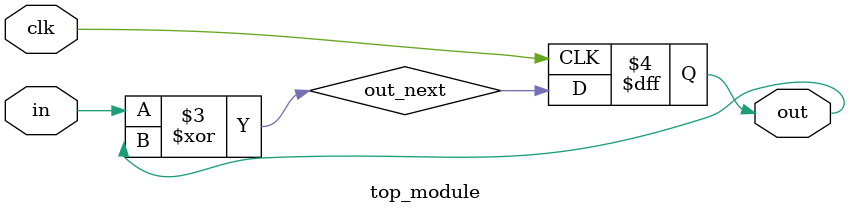
<source format=sv>
module top_module (
	input clk,
	input in,
	output logic out
);

logic xor_output;
logic out_next;

always_ff @(posedge clk) begin
	out <= out_next;
end

always_comb begin
	out_next = in ^ out;
end

endmodule

</source>
